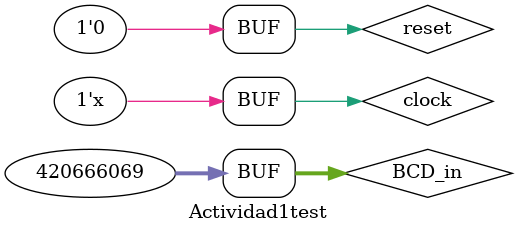
<source format=sv>
`timescale 1ns / 1ps


module Actividad1test
 #(parameter N = 32)();
    logic clock , reset;
    logic [N-1:0] BCD_in;
    logic CA, CB, CC, CD, CE, CF, CG;
    logic [7:0] AN;
    
    S4_Actividad1 DUT(.clock(clock), .reset(reset), .BCD_in(BCD_in), 
    .CA(CA),.CB(CB),.CC(CC),.CD(CD),.CE(CE),.CF(CF),.CG(CG),.AN(AN));
    
    always #5 clock= ~clock; //generacion de se al clock
    
    initial begin
        
        clock = 0;
        reset  = 1;
        #10 reset = 0;
        BCD_in = 32'd420666069; 
    end    


endmodule

</source>
